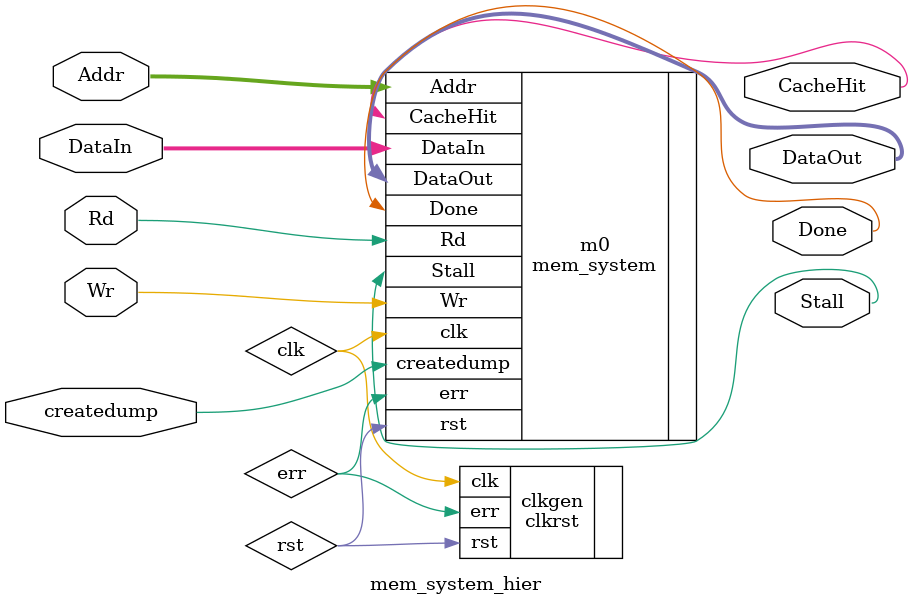
<source format=v>
/* $Author: karu $ */
/* $LastChangedDate: 2009-04-24 09:28:13 -0500 (Fri, 24 Apr 2009) $ */
/* $Rev: 77 $ */

module mem_system_hier(/*AUTOARG*/
   // Outputs
   DataOut, Done, Stall, CacheHit, 
   // Inputs
   Addr, DataIn, Rd, Wr, createdump
   );
   
   
   input [15:0] Addr;
   input [15:0] DataIn;
   input        Rd;
   input        Wr;
   input        createdump;
   
   output [15:0] DataOut;
   output Done;
   output Stall;
   output CacheHit;

   /* data_mem = 1, inst_mem = 0 *
    * needed for cache parameter */
   parameter mem_type = 0;


   /*AUTOWIRE*/
   // Beginning of automatic wires (for undeclared instantiated-module outputs)
   wire                 err;                    // From m0 of mem_system.v
   // End of automatics

   clkrst clkgen(.clk(clk),
                 .rst(rst),
                 .err(err) );
   // For now force to be data memory all the time
   // Does not matter until you hook this up into your final processor
   
   mem_system #(1) m0(/*AUTOINST*/
                      // Outputs
                      .DataOut          (DataOut[15:0]),
                      .Done             (Done),
                      .Stall            (Stall),
                      .CacheHit         (CacheHit),
                      .err              (err),
                      // Inputs
                      .Addr             (Addr[15:0]),
                      .DataIn           (DataIn[15:0]),
                      .Rd               (Rd),
                      .Wr               (Wr),
                      .createdump       (createdump),
                      .clk              (clk),
                      .rst              (rst));
   
endmodule // mem_system_hier
// DUMMY LINE FOR REV CONTROL :9:

</source>
